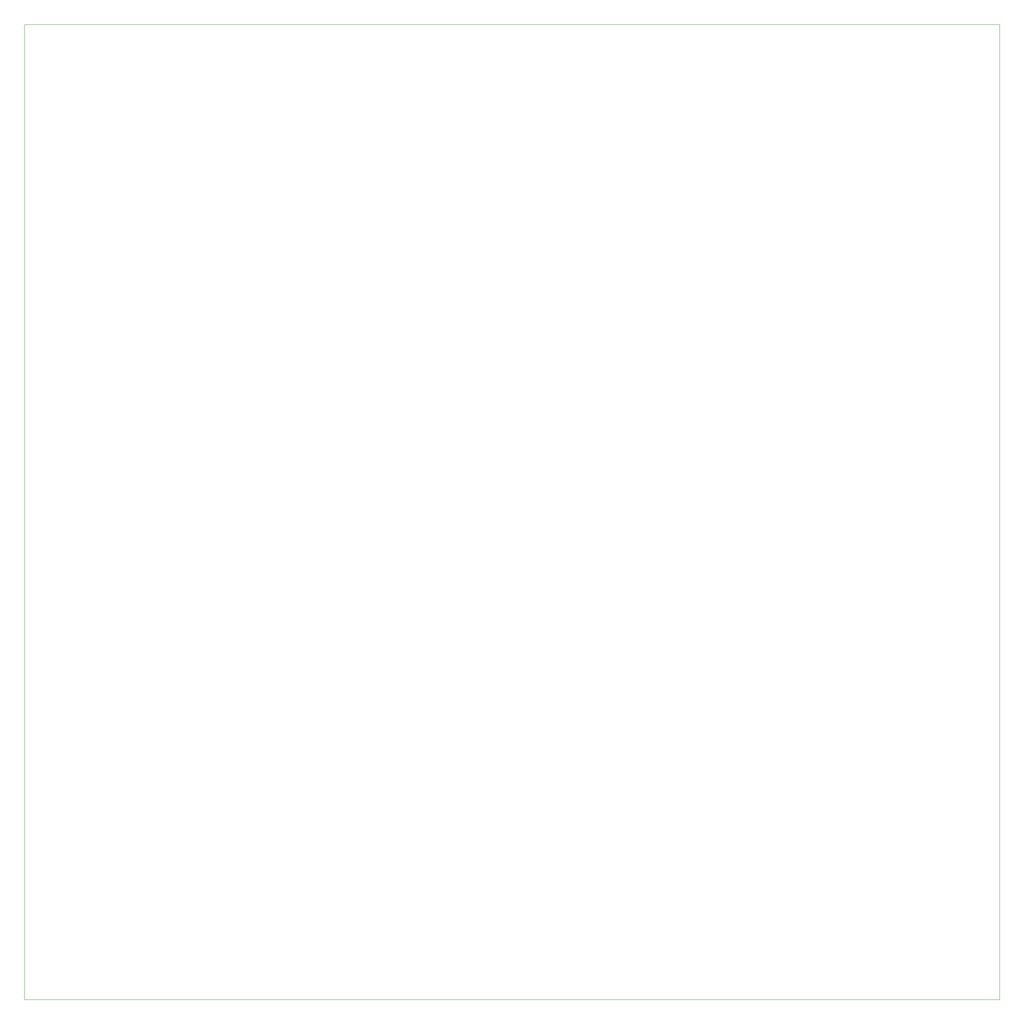
<source format=gbr>
%TF.GenerationSoftware,KiCad,Pcbnew,5.1.10*%
%TF.CreationDate,2021-08-05T21:37:01-06:00*%
%TF.ProjectId,8-bit,382d6269-742e-46b6-9963-61645f706362,rev?*%
%TF.SameCoordinates,Original*%
%TF.FileFunction,Profile,NP*%
%FSLAX46Y46*%
G04 Gerber Fmt 4.6, Leading zero omitted, Abs format (unit mm)*
G04 Created by KiCad (PCBNEW 5.1.10) date 2021-08-05 21:37:01*
%MOMM*%
%LPD*%
G01*
G04 APERTURE LIST*
%TA.AperFunction,Profile*%
%ADD10C,0.050000*%
%TD*%
G04 APERTURE END LIST*
D10*
X60960000Y-5080000D02*
X287020000Y-5080000D01*
X60960000Y-231140000D02*
X60960000Y-5080000D01*
X287020000Y-231140000D02*
X60960000Y-231140000D01*
X287020000Y-5080000D02*
X287020000Y-231140000D01*
M02*

</source>
